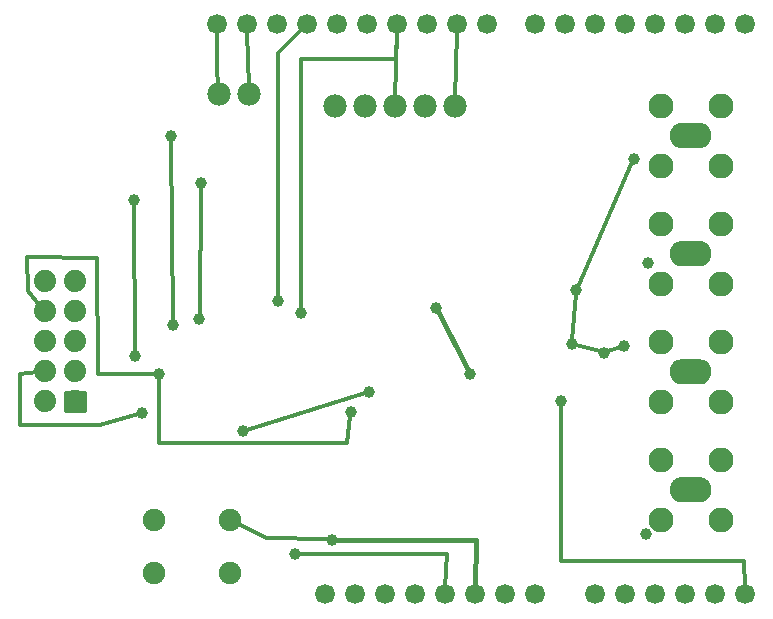
<source format=gbl>
G04 MADE WITH FRITZING*
G04 WWW.FRITZING.ORG*
G04 DOUBLE SIDED*
G04 HOLES PLATED*
G04 CONTOUR ON CENTER OF CONTOUR VECTOR*
%ASAXBY*%
%FSLAX23Y23*%
%MOIN*%
%OFA0B0*%
%SFA1.0B1.0*%
%ADD10C,0.078000*%
%ADD11C,0.039370*%
%ADD12C,0.075000*%
%ADD13C,0.082677*%
%ADD14C,0.083071*%
%ADD15C,0.074000*%
%ADD16C,0.066194*%
%ADD17C,0.066222*%
%ADD18C,0.012000*%
%ADD19C,0.016000*%
%ADD20C,0.017000*%
%ADD21R,0.001000X0.001000*%
%LNCOPPER0*%
G90*
G70*
G54D10*
X748Y1778D03*
X848Y1778D03*
G54D11*
X1925Y947D03*
X2033Y917D03*
X2100Y939D03*
X1940Y1125D03*
X2132Y1563D03*
X2179Y1215D03*
X2173Y311D03*
X1474Y1067D03*
X1587Y846D03*
X1890Y754D03*
X1126Y293D03*
X1004Y244D03*
X551Y846D03*
X1189Y720D03*
X1024Y1049D03*
X1250Y787D03*
X831Y656D03*
X945Y1089D03*
X492Y715D03*
X471Y907D03*
X467Y1425D03*
X596Y1008D03*
X591Y1640D03*
X684Y1028D03*
X689Y1482D03*
G54D10*
X1535Y1738D03*
X1435Y1738D03*
X1335Y1738D03*
X1235Y1738D03*
X1135Y1738D03*
G54D12*
X787Y183D03*
X532Y183D03*
X787Y360D03*
X532Y360D03*
G54D13*
X2223Y558D03*
G54D14*
X2322Y459D03*
X2223Y359D03*
X2223Y559D03*
X2423Y359D03*
X2423Y559D03*
G54D13*
X2223Y952D03*
G54D14*
X2322Y853D03*
X2223Y752D03*
X2223Y952D03*
X2423Y752D03*
X2423Y952D03*
G54D13*
X2223Y1740D03*
G54D14*
X2322Y1641D03*
X2223Y1540D03*
X2223Y1740D03*
X2423Y1540D03*
X2423Y1740D03*
G54D15*
X170Y754D03*
X170Y854D03*
X170Y954D03*
X170Y1054D03*
X170Y1154D03*
X270Y754D03*
X270Y854D03*
X270Y954D03*
X270Y1054D03*
X270Y1154D03*
G54D16*
X2103Y111D03*
X2203Y111D03*
X2303Y111D03*
X2403Y111D03*
X2503Y111D03*
G54D17*
X1643Y2011D03*
X1543Y2011D03*
X1443Y2011D03*
X1343Y2011D03*
X1243Y2011D03*
X1143Y2011D03*
X1043Y2011D03*
X943Y2011D03*
X843Y2011D03*
X743Y2011D03*
X2503Y2011D03*
X2403Y2011D03*
X2303Y2011D03*
X2203Y2011D03*
X2103Y2011D03*
X2003Y2011D03*
X1903Y2011D03*
X1803Y2011D03*
G54D16*
X1203Y111D03*
X1103Y111D03*
X1303Y111D03*
X1403Y111D03*
X1503Y111D03*
X1603Y111D03*
X1703Y111D03*
X1803Y111D03*
X2003Y111D03*
G54D13*
X2223Y1346D03*
G54D14*
X2322Y1247D03*
X2223Y1146D03*
X2223Y1346D03*
X2423Y1146D03*
X2423Y1346D03*
G54D18*
X1542Y1986D02*
X1536Y1763D01*
D02*
X1342Y1986D02*
X1336Y1763D01*
D02*
X2020Y921D02*
X1938Y943D01*
D02*
X2088Y935D02*
X2046Y921D01*
D02*
X1945Y1137D02*
X2127Y1551D01*
D02*
X1939Y1112D02*
X1926Y960D01*
G54D19*
D02*
X1481Y1055D02*
X1581Y858D01*
G54D18*
D02*
X1890Y741D02*
X1890Y223D01*
D02*
X1890Y223D02*
X2501Y223D01*
D02*
X2501Y223D02*
X2503Y136D01*
G54D19*
D02*
X1139Y293D02*
X1605Y293D01*
D02*
X1605Y293D02*
X1603Y136D01*
G54D18*
D02*
X1504Y136D02*
X1508Y245D01*
D02*
X1508Y245D02*
X1017Y244D01*
D02*
X548Y617D02*
X551Y833D01*
D02*
X1175Y614D02*
X548Y617D01*
D02*
X1187Y707D02*
X1175Y614D01*
D02*
X1338Y1895D02*
X1023Y1895D01*
D02*
X1023Y1895D02*
X1024Y1063D01*
D02*
X1342Y1986D02*
X1338Y1895D01*
D02*
X844Y660D02*
X1237Y783D01*
D02*
X945Y1916D02*
X1025Y1994D01*
D02*
X945Y1102D02*
X945Y1916D01*
D02*
X87Y845D02*
X87Y675D01*
D02*
X87Y675D02*
X354Y675D01*
D02*
X354Y675D02*
X479Y711D01*
D02*
X144Y851D02*
X87Y845D01*
D02*
X345Y844D02*
X342Y1232D01*
D02*
X112Y1122D02*
X153Y1073D01*
D02*
X110Y1234D02*
X112Y1122D01*
D02*
X342Y1232D02*
X110Y1234D01*
D02*
X538Y846D02*
X345Y844D01*
D02*
X467Y1412D02*
X470Y920D01*
D02*
X591Y1626D02*
X596Y1021D01*
D02*
X689Y1469D02*
X685Y1041D01*
D02*
X844Y1986D02*
X848Y1802D01*
D02*
X743Y1873D02*
X747Y1802D01*
D02*
X743Y1986D02*
X743Y1873D01*
D02*
X906Y300D02*
X808Y350D01*
D02*
X1113Y294D02*
X906Y300D01*
G54D20*
X241Y725D02*
X241Y782D01*
X298Y782D01*
X298Y725D01*
X241Y725D01*
D02*
G54D21*
X2284Y1681D02*
X2359Y1681D01*
X2279Y1680D02*
X2364Y1680D01*
X2277Y1679D02*
X2367Y1679D01*
X2274Y1678D02*
X2369Y1678D01*
X2273Y1677D02*
X2371Y1677D01*
X2271Y1676D02*
X2372Y1676D01*
X2270Y1675D02*
X2374Y1675D01*
X2268Y1674D02*
X2375Y1674D01*
X2267Y1673D02*
X2376Y1673D01*
X2266Y1672D02*
X2377Y1672D01*
X2265Y1671D02*
X2378Y1671D01*
X2264Y1670D02*
X2379Y1670D01*
X2263Y1669D02*
X2380Y1669D01*
X2262Y1668D02*
X2381Y1668D01*
X2262Y1667D02*
X2382Y1667D01*
X2261Y1666D02*
X2382Y1666D01*
X2260Y1665D02*
X2319Y1665D01*
X2325Y1665D02*
X2383Y1665D01*
X2260Y1664D02*
X2315Y1664D01*
X2328Y1664D02*
X2384Y1664D01*
X2259Y1663D02*
X2313Y1663D01*
X2331Y1663D02*
X2384Y1663D01*
X2259Y1662D02*
X2311Y1662D01*
X2332Y1662D02*
X2385Y1662D01*
X2258Y1661D02*
X2310Y1661D01*
X2334Y1661D02*
X2385Y1661D01*
X2258Y1660D02*
X2308Y1660D01*
X2335Y1660D02*
X2386Y1660D01*
X2257Y1659D02*
X2307Y1659D01*
X2336Y1659D02*
X2386Y1659D01*
X2257Y1658D02*
X2306Y1658D01*
X2337Y1658D02*
X2386Y1658D01*
X2256Y1657D02*
X2306Y1657D01*
X2338Y1657D02*
X2387Y1657D01*
X2256Y1656D02*
X2305Y1656D01*
X2338Y1656D02*
X2387Y1656D01*
X2256Y1655D02*
X2304Y1655D01*
X2339Y1655D02*
X2388Y1655D01*
X2255Y1654D02*
X2304Y1654D01*
X2340Y1654D02*
X2388Y1654D01*
X2255Y1653D02*
X2303Y1653D01*
X2340Y1653D02*
X2388Y1653D01*
X2255Y1652D02*
X2303Y1652D01*
X2340Y1652D02*
X2388Y1652D01*
X2255Y1651D02*
X2302Y1651D01*
X2341Y1651D02*
X2389Y1651D01*
X2254Y1650D02*
X2302Y1650D01*
X2341Y1650D02*
X2389Y1650D01*
X2254Y1649D02*
X2302Y1649D01*
X2342Y1649D02*
X2389Y1649D01*
X2254Y1648D02*
X2301Y1648D01*
X2342Y1648D02*
X2389Y1648D01*
X2254Y1647D02*
X2301Y1647D01*
X2342Y1647D02*
X2389Y1647D01*
X2254Y1646D02*
X2301Y1646D01*
X2342Y1646D02*
X2390Y1646D01*
X2254Y1645D02*
X2300Y1645D01*
X2343Y1645D02*
X2390Y1645D01*
X2253Y1644D02*
X2300Y1644D01*
X2343Y1644D02*
X2390Y1644D01*
X2253Y1643D02*
X2300Y1643D01*
X2343Y1643D02*
X2390Y1643D01*
X2253Y1642D02*
X2300Y1642D01*
X2343Y1642D02*
X2390Y1642D01*
X2253Y1641D02*
X2300Y1641D01*
X2343Y1641D02*
X2390Y1641D01*
X2253Y1640D02*
X2300Y1640D01*
X2343Y1640D02*
X2390Y1640D01*
X2253Y1639D02*
X2300Y1639D01*
X2343Y1639D02*
X2390Y1639D01*
X2253Y1638D02*
X2300Y1638D01*
X2343Y1638D02*
X2390Y1638D01*
X2253Y1637D02*
X2300Y1637D01*
X2343Y1637D02*
X2390Y1637D01*
X2253Y1636D02*
X2300Y1636D01*
X2343Y1636D02*
X2390Y1636D01*
X2254Y1635D02*
X2300Y1635D01*
X2343Y1635D02*
X2390Y1635D01*
X2254Y1634D02*
X2301Y1634D01*
X2343Y1634D02*
X2390Y1634D01*
X2254Y1633D02*
X2301Y1633D01*
X2342Y1633D02*
X2389Y1633D01*
X2254Y1632D02*
X2301Y1632D01*
X2342Y1632D02*
X2389Y1632D01*
X2254Y1631D02*
X2301Y1631D01*
X2342Y1631D02*
X2389Y1631D01*
X2254Y1630D02*
X2302Y1630D01*
X2341Y1630D02*
X2389Y1630D01*
X2254Y1629D02*
X2302Y1629D01*
X2341Y1629D02*
X2389Y1629D01*
X2255Y1628D02*
X2303Y1628D01*
X2341Y1628D02*
X2389Y1628D01*
X2255Y1627D02*
X2303Y1627D01*
X2340Y1627D02*
X2388Y1627D01*
X2255Y1626D02*
X2304Y1626D01*
X2340Y1626D02*
X2388Y1626D01*
X2256Y1625D02*
X2304Y1625D01*
X2339Y1625D02*
X2388Y1625D01*
X2256Y1624D02*
X2305Y1624D01*
X2338Y1624D02*
X2387Y1624D01*
X2256Y1623D02*
X2306Y1623D01*
X2338Y1623D02*
X2387Y1623D01*
X2257Y1622D02*
X2306Y1622D01*
X2337Y1622D02*
X2387Y1622D01*
X2257Y1621D02*
X2307Y1621D01*
X2336Y1621D02*
X2386Y1621D01*
X2258Y1620D02*
X2308Y1620D01*
X2335Y1620D02*
X2386Y1620D01*
X2258Y1619D02*
X2309Y1619D01*
X2334Y1619D02*
X2385Y1619D01*
X2259Y1618D02*
X2311Y1618D01*
X2332Y1618D02*
X2385Y1618D01*
X2259Y1617D02*
X2312Y1617D01*
X2331Y1617D02*
X2384Y1617D01*
X2260Y1616D02*
X2314Y1616D01*
X2329Y1616D02*
X2384Y1616D01*
X2260Y1615D02*
X2318Y1615D01*
X2325Y1615D02*
X2383Y1615D01*
X2261Y1614D02*
X2382Y1614D01*
X2262Y1613D02*
X2382Y1613D01*
X2262Y1612D02*
X2381Y1612D01*
X2263Y1611D02*
X2380Y1611D01*
X2264Y1610D02*
X2379Y1610D01*
X2265Y1609D02*
X2378Y1609D01*
X2266Y1608D02*
X2377Y1608D01*
X2267Y1607D02*
X2376Y1607D01*
X2268Y1606D02*
X2375Y1606D01*
X2269Y1605D02*
X2374Y1605D01*
X2271Y1604D02*
X2373Y1604D01*
X2272Y1603D02*
X2371Y1603D01*
X2274Y1602D02*
X2369Y1602D01*
X2276Y1601D02*
X2367Y1601D01*
X2279Y1600D02*
X2364Y1600D01*
X2283Y1599D02*
X2360Y1599D01*
X2282Y1287D02*
X2361Y1287D01*
X2278Y1286D02*
X2365Y1286D01*
X2276Y1285D02*
X2368Y1285D01*
X2274Y1284D02*
X2370Y1284D01*
X2272Y1283D02*
X2371Y1283D01*
X2270Y1282D02*
X2373Y1282D01*
X2269Y1281D02*
X2374Y1281D01*
X2268Y1280D02*
X2375Y1280D01*
X2267Y1279D02*
X2377Y1279D01*
X2266Y1278D02*
X2378Y1278D01*
X2265Y1277D02*
X2379Y1277D01*
X2264Y1276D02*
X2379Y1276D01*
X2263Y1275D02*
X2380Y1275D01*
X2262Y1274D02*
X2381Y1274D01*
X2261Y1273D02*
X2382Y1273D01*
X2261Y1272D02*
X2382Y1272D01*
X2260Y1271D02*
X2317Y1271D01*
X2327Y1271D02*
X2383Y1271D01*
X2259Y1270D02*
X2314Y1270D01*
X2329Y1270D02*
X2384Y1270D01*
X2259Y1269D02*
X2312Y1269D01*
X2331Y1269D02*
X2384Y1269D01*
X2258Y1268D02*
X2310Y1268D01*
X2333Y1268D02*
X2385Y1268D01*
X2258Y1267D02*
X2309Y1267D01*
X2334Y1267D02*
X2385Y1267D01*
X2257Y1266D02*
X2308Y1266D01*
X2335Y1266D02*
X2386Y1266D01*
X2257Y1265D02*
X2307Y1265D01*
X2336Y1265D02*
X2386Y1265D01*
X2257Y1264D02*
X2306Y1264D01*
X2337Y1264D02*
X2387Y1264D01*
X2256Y1263D02*
X2305Y1263D01*
X2338Y1263D02*
X2387Y1263D01*
X2256Y1262D02*
X2305Y1262D01*
X2338Y1262D02*
X2387Y1262D01*
X2256Y1261D02*
X2304Y1261D01*
X2339Y1261D02*
X2388Y1261D01*
X2255Y1260D02*
X2303Y1260D01*
X2340Y1260D02*
X2388Y1260D01*
X2255Y1259D02*
X2303Y1259D01*
X2340Y1259D02*
X2388Y1259D01*
X2255Y1258D02*
X2303Y1258D01*
X2341Y1258D02*
X2389Y1258D01*
X2254Y1257D02*
X2302Y1257D01*
X2341Y1257D02*
X2389Y1257D01*
X2254Y1256D02*
X2302Y1256D01*
X2342Y1256D02*
X2389Y1256D01*
X2254Y1255D02*
X2301Y1255D01*
X2342Y1255D02*
X2389Y1255D01*
X2254Y1254D02*
X2301Y1254D01*
X2342Y1254D02*
X2389Y1254D01*
X2254Y1253D02*
X2301Y1253D01*
X2342Y1253D02*
X2389Y1253D01*
X2254Y1252D02*
X2301Y1252D01*
X2343Y1252D02*
X2390Y1252D01*
X2253Y1251D02*
X2300Y1251D01*
X2343Y1251D02*
X2390Y1251D01*
X2253Y1250D02*
X2300Y1250D01*
X2343Y1250D02*
X2390Y1250D01*
X2253Y1249D02*
X2300Y1249D01*
X2343Y1249D02*
X2390Y1249D01*
X2253Y1248D02*
X2300Y1248D01*
X2343Y1248D02*
X2390Y1248D01*
X2253Y1247D02*
X2300Y1247D01*
X2343Y1247D02*
X2390Y1247D01*
X2253Y1246D02*
X2300Y1246D01*
X2343Y1246D02*
X2390Y1246D01*
X2253Y1245D02*
X2300Y1245D01*
X2343Y1245D02*
X2390Y1245D01*
X2253Y1244D02*
X2300Y1244D01*
X2343Y1244D02*
X2390Y1244D01*
X2253Y1243D02*
X2300Y1243D01*
X2343Y1243D02*
X2390Y1243D01*
X2253Y1242D02*
X2300Y1242D01*
X2343Y1242D02*
X2390Y1242D01*
X2254Y1241D02*
X2301Y1241D01*
X2343Y1241D02*
X2390Y1241D01*
X2254Y1240D02*
X2301Y1240D01*
X2342Y1240D02*
X2390Y1240D01*
X2254Y1239D02*
X2301Y1239D01*
X2342Y1239D02*
X2389Y1239D01*
X2254Y1238D02*
X2301Y1238D01*
X2342Y1238D02*
X2389Y1238D01*
X2254Y1237D02*
X2302Y1237D01*
X2342Y1237D02*
X2389Y1237D01*
X2254Y1236D02*
X2302Y1236D01*
X2341Y1236D02*
X2389Y1236D01*
X2255Y1235D02*
X2302Y1235D01*
X2341Y1235D02*
X2389Y1235D01*
X2255Y1234D02*
X2303Y1234D01*
X2340Y1234D02*
X2388Y1234D01*
X2255Y1233D02*
X2303Y1233D01*
X2340Y1233D02*
X2388Y1233D01*
X2255Y1232D02*
X2304Y1232D01*
X2339Y1232D02*
X2388Y1232D01*
X2256Y1231D02*
X2304Y1231D01*
X2339Y1231D02*
X2388Y1231D01*
X2256Y1230D02*
X2305Y1230D01*
X2338Y1230D02*
X2387Y1230D01*
X2256Y1229D02*
X2306Y1229D01*
X2337Y1229D02*
X2387Y1229D01*
X2257Y1228D02*
X2307Y1228D01*
X2337Y1228D02*
X2386Y1228D01*
X2257Y1227D02*
X2308Y1227D01*
X2336Y1227D02*
X2386Y1227D01*
X2258Y1226D02*
X2309Y1226D01*
X2335Y1226D02*
X2386Y1226D01*
X2258Y1225D02*
X2310Y1225D01*
X2333Y1225D02*
X2385Y1225D01*
X2259Y1224D02*
X2311Y1224D01*
X2332Y1224D02*
X2385Y1224D01*
X2259Y1223D02*
X2313Y1223D01*
X2330Y1223D02*
X2384Y1223D01*
X2260Y1222D02*
X2315Y1222D01*
X2328Y1222D02*
X2383Y1222D01*
X2260Y1221D02*
X2383Y1221D01*
X2261Y1220D02*
X2382Y1220D01*
X2262Y1219D02*
X2381Y1219D01*
X2263Y1218D02*
X2381Y1218D01*
X2263Y1217D02*
X2380Y1217D01*
X2264Y1216D02*
X2379Y1216D01*
X2265Y1215D02*
X2378Y1215D01*
X2266Y1214D02*
X2377Y1214D01*
X2267Y1213D02*
X2376Y1213D01*
X2268Y1212D02*
X2375Y1212D01*
X2270Y1211D02*
X2373Y1211D01*
X2271Y1210D02*
X2372Y1210D01*
X2273Y1209D02*
X2370Y1209D01*
X2275Y1208D02*
X2368Y1208D01*
X2277Y1207D02*
X2366Y1207D01*
X2280Y1206D02*
X2363Y1206D01*
X2287Y1205D02*
X2356Y1205D01*
X2287Y894D02*
X2356Y894D01*
X2280Y893D02*
X2363Y893D01*
X2277Y892D02*
X2366Y892D01*
X2275Y891D02*
X2368Y891D01*
X2273Y890D02*
X2370Y890D01*
X2271Y889D02*
X2372Y889D01*
X2270Y888D02*
X2373Y888D01*
X2268Y887D02*
X2375Y887D01*
X2267Y886D02*
X2376Y886D01*
X2266Y885D02*
X2377Y885D01*
X2265Y884D02*
X2378Y884D01*
X2264Y883D02*
X2379Y883D01*
X2263Y882D02*
X2380Y882D01*
X2263Y881D02*
X2381Y881D01*
X2262Y880D02*
X2381Y880D01*
X2261Y879D02*
X2382Y879D01*
X2260Y878D02*
X2383Y878D01*
X2260Y877D02*
X2315Y877D01*
X2328Y877D02*
X2383Y877D01*
X2259Y876D02*
X2313Y876D01*
X2330Y876D02*
X2384Y876D01*
X2259Y875D02*
X2311Y875D01*
X2332Y875D02*
X2385Y875D01*
X2258Y874D02*
X2310Y874D01*
X2333Y874D02*
X2385Y874D01*
X2258Y873D02*
X2309Y873D01*
X2335Y873D02*
X2386Y873D01*
X2257Y872D02*
X2308Y872D01*
X2336Y872D02*
X2386Y872D01*
X2257Y871D02*
X2307Y871D01*
X2337Y871D02*
X2386Y871D01*
X2256Y870D02*
X2306Y870D01*
X2337Y870D02*
X2387Y870D01*
X2256Y869D02*
X2305Y869D01*
X2338Y869D02*
X2387Y869D01*
X2256Y868D02*
X2304Y868D01*
X2339Y868D02*
X2388Y868D01*
X2255Y867D02*
X2304Y867D01*
X2339Y867D02*
X2388Y867D01*
X2255Y866D02*
X2303Y866D01*
X2340Y866D02*
X2388Y866D01*
X2255Y865D02*
X2303Y865D01*
X2340Y865D02*
X2388Y865D01*
X2255Y864D02*
X2302Y864D01*
X2341Y864D02*
X2389Y864D01*
X2254Y863D02*
X2302Y863D01*
X2341Y863D02*
X2389Y863D01*
X2254Y862D02*
X2302Y862D01*
X2342Y862D02*
X2389Y862D01*
X2254Y861D02*
X2301Y861D01*
X2342Y861D02*
X2389Y861D01*
X2254Y860D02*
X2301Y860D01*
X2342Y860D02*
X2389Y860D01*
X2254Y859D02*
X2301Y859D01*
X2342Y859D02*
X2390Y859D01*
X2254Y858D02*
X2301Y858D01*
X2343Y858D02*
X2390Y858D01*
X2253Y857D02*
X2300Y857D01*
X2343Y857D02*
X2390Y857D01*
X2253Y856D02*
X2300Y856D01*
X2343Y856D02*
X2390Y856D01*
X2253Y855D02*
X2300Y855D01*
X2343Y855D02*
X2390Y855D01*
X2253Y854D02*
X2300Y854D01*
X2343Y854D02*
X2390Y854D01*
X2253Y853D02*
X2300Y853D01*
X2343Y853D02*
X2390Y853D01*
X2253Y852D02*
X2300Y852D01*
X2343Y852D02*
X2390Y852D01*
X2253Y851D02*
X2300Y851D01*
X2343Y851D02*
X2390Y851D01*
X2253Y850D02*
X2300Y850D01*
X2343Y850D02*
X2390Y850D01*
X2253Y849D02*
X2300Y849D01*
X2343Y849D02*
X2390Y849D01*
X2253Y848D02*
X2300Y848D01*
X2343Y848D02*
X2390Y848D01*
X2254Y847D02*
X2301Y847D01*
X2343Y847D02*
X2390Y847D01*
X2254Y846D02*
X2301Y846D01*
X2342Y846D02*
X2389Y846D01*
X2254Y845D02*
X2301Y845D01*
X2342Y845D02*
X2389Y845D01*
X2254Y844D02*
X2301Y844D01*
X2342Y844D02*
X2389Y844D01*
X2254Y843D02*
X2302Y843D01*
X2342Y843D02*
X2389Y843D01*
X2254Y842D02*
X2302Y842D01*
X2341Y842D02*
X2389Y842D01*
X2255Y841D02*
X2303Y841D01*
X2341Y841D02*
X2389Y841D01*
X2255Y840D02*
X2303Y840D01*
X2340Y840D02*
X2388Y840D01*
X2255Y839D02*
X2303Y839D01*
X2340Y839D02*
X2388Y839D01*
X2256Y838D02*
X2304Y838D01*
X2339Y838D02*
X2388Y838D01*
X2256Y837D02*
X2305Y837D01*
X2339Y837D02*
X2387Y837D01*
X2256Y836D02*
X2305Y836D01*
X2338Y836D02*
X2387Y836D01*
X2257Y835D02*
X2306Y835D01*
X2337Y835D02*
X2387Y835D01*
X2257Y834D02*
X2307Y834D01*
X2336Y834D02*
X2386Y834D01*
X2257Y833D02*
X2308Y833D01*
X2335Y833D02*
X2386Y833D01*
X2258Y832D02*
X2309Y832D01*
X2334Y832D02*
X2385Y832D01*
X2258Y831D02*
X2310Y831D01*
X2333Y831D02*
X2385Y831D01*
X2259Y830D02*
X2312Y830D01*
X2331Y830D02*
X2384Y830D01*
X2259Y829D02*
X2314Y829D01*
X2329Y829D02*
X2384Y829D01*
X2260Y828D02*
X2317Y828D01*
X2327Y828D02*
X2383Y828D01*
X2261Y827D02*
X2383Y827D01*
X2261Y826D02*
X2382Y826D01*
X2262Y825D02*
X2381Y825D01*
X2263Y824D02*
X2380Y824D01*
X2264Y823D02*
X2379Y823D01*
X2265Y822D02*
X2379Y822D01*
X2266Y821D02*
X2378Y821D01*
X2267Y820D02*
X2377Y820D01*
X2268Y819D02*
X2375Y819D01*
X2269Y818D02*
X2374Y818D01*
X2270Y817D02*
X2373Y817D01*
X2272Y816D02*
X2371Y816D01*
X2274Y815D02*
X2370Y815D01*
X2276Y814D02*
X2368Y814D01*
X2278Y813D02*
X2365Y813D01*
X2282Y812D02*
X2361Y812D01*
X2283Y500D02*
X2360Y500D01*
X2279Y499D02*
X2364Y499D01*
X2276Y498D02*
X2367Y498D01*
X2274Y497D02*
X2369Y497D01*
X2272Y496D02*
X2371Y496D01*
X2271Y495D02*
X2373Y495D01*
X2269Y494D02*
X2374Y494D01*
X2268Y493D02*
X2375Y493D01*
X2267Y492D02*
X2376Y492D01*
X2266Y491D02*
X2377Y491D01*
X2265Y490D02*
X2378Y490D01*
X2264Y489D02*
X2379Y489D01*
X2263Y488D02*
X2380Y488D01*
X2262Y487D02*
X2381Y487D01*
X2262Y486D02*
X2382Y486D01*
X2261Y485D02*
X2382Y485D01*
X2260Y484D02*
X2318Y484D01*
X2325Y484D02*
X2383Y484D01*
X2260Y483D02*
X2314Y483D01*
X2329Y483D02*
X2384Y483D01*
X2259Y482D02*
X2312Y482D01*
X2331Y482D02*
X2384Y482D01*
X2259Y481D02*
X2311Y481D01*
X2332Y481D02*
X2385Y481D01*
X2258Y480D02*
X2309Y480D01*
X2334Y480D02*
X2385Y480D01*
X2258Y479D02*
X2308Y479D01*
X2335Y479D02*
X2386Y479D01*
X2257Y478D02*
X2307Y478D01*
X2336Y478D02*
X2386Y478D01*
X2257Y477D02*
X2306Y477D01*
X2337Y477D02*
X2387Y477D01*
X2256Y476D02*
X2306Y476D01*
X2338Y476D02*
X2387Y476D01*
X2256Y475D02*
X2305Y475D01*
X2338Y475D02*
X2387Y475D01*
X2256Y474D02*
X2304Y474D01*
X2339Y474D02*
X2388Y474D01*
X2255Y473D02*
X2304Y473D01*
X2340Y473D02*
X2388Y473D01*
X2255Y472D02*
X2303Y472D01*
X2340Y472D02*
X2388Y472D01*
X2255Y471D02*
X2303Y471D01*
X2341Y471D02*
X2389Y471D01*
X2254Y470D02*
X2302Y470D01*
X2341Y470D02*
X2389Y470D01*
X2254Y469D02*
X2302Y469D01*
X2341Y469D02*
X2389Y469D01*
X2254Y468D02*
X2301Y468D01*
X2342Y468D02*
X2389Y468D01*
X2254Y467D02*
X2301Y467D01*
X2342Y467D02*
X2389Y467D01*
X2254Y466D02*
X2301Y466D01*
X2342Y466D02*
X2389Y466D01*
X2254Y465D02*
X2301Y465D01*
X2343Y465D02*
X2390Y465D01*
X2254Y464D02*
X2300Y464D01*
X2343Y464D02*
X2390Y464D01*
X2253Y463D02*
X2300Y463D01*
X2343Y463D02*
X2390Y463D01*
X2253Y462D02*
X2300Y462D01*
X2343Y462D02*
X2390Y462D01*
X2253Y461D02*
X2300Y461D01*
X2343Y461D02*
X2390Y461D01*
X2253Y460D02*
X2300Y460D01*
X2343Y460D02*
X2390Y460D01*
X2253Y459D02*
X2300Y459D01*
X2343Y459D02*
X2390Y459D01*
X2253Y458D02*
X2300Y458D01*
X2343Y458D02*
X2390Y458D01*
X2253Y457D02*
X2300Y457D01*
X2343Y457D02*
X2390Y457D01*
X2253Y456D02*
X2300Y456D01*
X2343Y456D02*
X2390Y456D01*
X2253Y455D02*
X2300Y455D01*
X2343Y455D02*
X2390Y455D01*
X2254Y454D02*
X2300Y454D01*
X2343Y454D02*
X2390Y454D01*
X2254Y453D02*
X2301Y453D01*
X2342Y453D02*
X2390Y453D01*
X2254Y452D02*
X2301Y452D01*
X2342Y452D02*
X2389Y452D01*
X2254Y451D02*
X2301Y451D01*
X2342Y451D02*
X2389Y451D01*
X2254Y450D02*
X2302Y450D01*
X2342Y450D02*
X2389Y450D01*
X2254Y449D02*
X2302Y449D01*
X2341Y449D02*
X2389Y449D01*
X2255Y448D02*
X2302Y448D01*
X2341Y448D02*
X2389Y448D01*
X2255Y447D02*
X2303Y447D01*
X2341Y447D02*
X2388Y447D01*
X2255Y446D02*
X2303Y446D01*
X2340Y446D02*
X2388Y446D01*
X2255Y445D02*
X2304Y445D01*
X2340Y445D02*
X2388Y445D01*
X2256Y444D02*
X2304Y444D01*
X2339Y444D02*
X2388Y444D01*
X2256Y443D02*
X2305Y443D01*
X2338Y443D02*
X2387Y443D01*
X2256Y442D02*
X2306Y442D01*
X2338Y442D02*
X2387Y442D01*
X2257Y441D02*
X2306Y441D01*
X2337Y441D02*
X2386Y441D01*
X2257Y440D02*
X2307Y440D01*
X2336Y440D02*
X2386Y440D01*
X2258Y439D02*
X2308Y439D01*
X2335Y439D02*
X2386Y439D01*
X2258Y438D02*
X2310Y438D01*
X2334Y438D02*
X2385Y438D01*
X2259Y437D02*
X2311Y437D01*
X2332Y437D02*
X2385Y437D01*
X2259Y436D02*
X2313Y436D01*
X2331Y436D02*
X2384Y436D01*
X2260Y435D02*
X2315Y435D01*
X2328Y435D02*
X2384Y435D01*
X2260Y434D02*
X2319Y434D01*
X2325Y434D02*
X2383Y434D01*
X2261Y433D02*
X2382Y433D01*
X2262Y432D02*
X2382Y432D01*
X2262Y431D02*
X2381Y431D01*
X2263Y430D02*
X2380Y430D01*
X2264Y429D02*
X2379Y429D01*
X2265Y428D02*
X2378Y428D01*
X2266Y427D02*
X2377Y427D01*
X2267Y426D02*
X2376Y426D01*
X2268Y425D02*
X2375Y425D01*
X2270Y424D02*
X2374Y424D01*
X2271Y423D02*
X2372Y423D01*
X2273Y422D02*
X2371Y422D01*
X2274Y421D02*
X2369Y421D01*
X2277Y420D02*
X2367Y420D01*
X2279Y419D02*
X2364Y419D01*
X2284Y418D02*
X2359Y418D01*
D02*
G04 End of Copper0*
M02*
</source>
